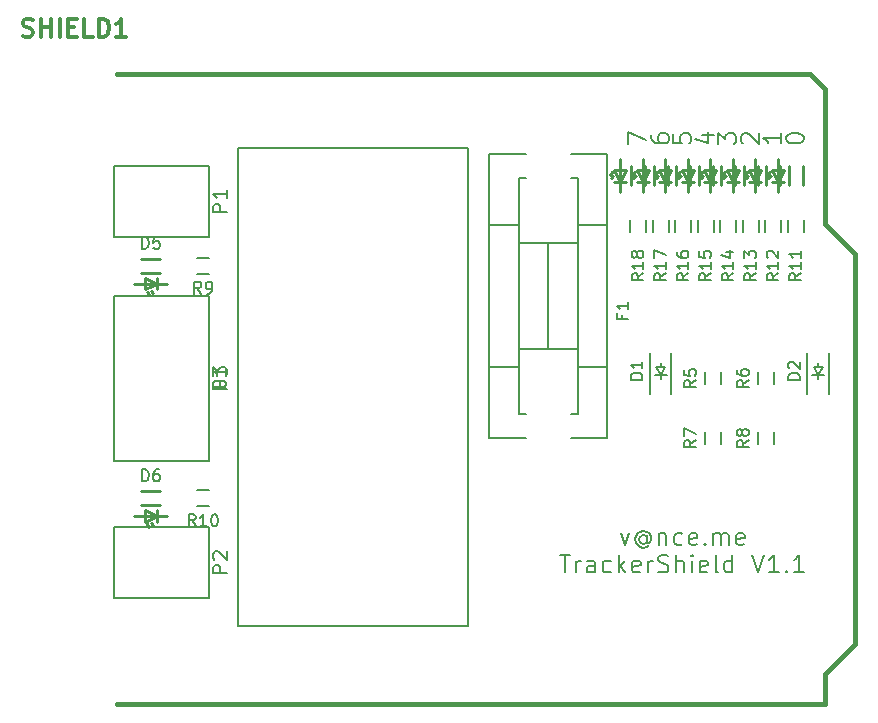
<source format=gto>
G04 #@! TF.FileFunction,Legend,Top*
%FSLAX46Y46*%
G04 Gerber Fmt 4.6, Leading zero omitted, Abs format (unit mm)*
G04 Created by KiCad (PCBNEW 4.0.1-stable) date Friday, 17 June 2016 'pmt' 14:47:11*
%MOMM*%
G01*
G04 APERTURE LIST*
%ADD10C,0.100000*%
%ADD11C,0.200000*%
%ADD12C,0.150000*%
%ADD13C,0.381000*%
%ADD14C,0.250000*%
%ADD15C,0.304800*%
G04 APERTURE END LIST*
D10*
D11*
X197933571Y-57649999D02*
X197933571Y-56649999D01*
X199433571Y-57292856D01*
X199838571Y-56864285D02*
X199838571Y-57149999D01*
X199910000Y-57292856D01*
X199981429Y-57364285D01*
X200195714Y-57507142D01*
X200481429Y-57578571D01*
X201052857Y-57578571D01*
X201195714Y-57507142D01*
X201267143Y-57435714D01*
X201338571Y-57292856D01*
X201338571Y-57007142D01*
X201267143Y-56864285D01*
X201195714Y-56792856D01*
X201052857Y-56721428D01*
X200695714Y-56721428D01*
X200552857Y-56792856D01*
X200481429Y-56864285D01*
X200410000Y-57007142D01*
X200410000Y-57292856D01*
X200481429Y-57435714D01*
X200552857Y-57507142D01*
X200695714Y-57578571D01*
X201743571Y-56792856D02*
X201743571Y-57507142D01*
X202457857Y-57578571D01*
X202386429Y-57507142D01*
X202315000Y-57364285D01*
X202315000Y-57007142D01*
X202386429Y-56864285D01*
X202457857Y-56792856D01*
X202600714Y-56721428D01*
X202957857Y-56721428D01*
X203100714Y-56792856D01*
X203172143Y-56864285D01*
X203243571Y-57007142D01*
X203243571Y-57364285D01*
X203172143Y-57507142D01*
X203100714Y-57578571D01*
X204148571Y-56864285D02*
X205148571Y-56864285D01*
X203577143Y-57221428D02*
X204648571Y-57578571D01*
X204648571Y-56649999D01*
X205553571Y-57649999D02*
X205553571Y-56721428D01*
X206125000Y-57221428D01*
X206125000Y-57007142D01*
X206196429Y-56864285D01*
X206267857Y-56792856D01*
X206410714Y-56721428D01*
X206767857Y-56721428D01*
X206910714Y-56792856D01*
X206982143Y-56864285D01*
X207053571Y-57007142D01*
X207053571Y-57435714D01*
X206982143Y-57578571D01*
X206910714Y-57649999D01*
X207601429Y-57578571D02*
X207530000Y-57507142D01*
X207458571Y-57364285D01*
X207458571Y-57007142D01*
X207530000Y-56864285D01*
X207601429Y-56792856D01*
X207744286Y-56721428D01*
X207887143Y-56721428D01*
X208101429Y-56792856D01*
X208958571Y-57649999D01*
X208958571Y-56721428D01*
X210863571Y-56721428D02*
X210863571Y-57578571D01*
X210863571Y-57149999D02*
X209363571Y-57149999D01*
X209577857Y-57292856D01*
X209720714Y-57435714D01*
X209792143Y-57578571D01*
X211268571Y-57221428D02*
X211268571Y-57078571D01*
X211340000Y-56935714D01*
X211411429Y-56864285D01*
X211554286Y-56792856D01*
X211840000Y-56721428D01*
X212197143Y-56721428D01*
X212482857Y-56792856D01*
X212625714Y-56864285D01*
X212697143Y-56935714D01*
X212768571Y-57078571D01*
X212768571Y-57221428D01*
X212697143Y-57364285D01*
X212625714Y-57435714D01*
X212482857Y-57507142D01*
X212197143Y-57578571D01*
X211840000Y-57578571D01*
X211554286Y-57507142D01*
X211411429Y-57435714D01*
X211340000Y-57364285D01*
X211268571Y-57221428D01*
X197279287Y-90603571D02*
X197636430Y-91603571D01*
X197993572Y-90603571D01*
X199493572Y-90889286D02*
X199422144Y-90817857D01*
X199279287Y-90746429D01*
X199136429Y-90746429D01*
X198993572Y-90817857D01*
X198922144Y-90889286D01*
X198850715Y-91032143D01*
X198850715Y-91175000D01*
X198922144Y-91317857D01*
X198993572Y-91389286D01*
X199136429Y-91460714D01*
X199279287Y-91460714D01*
X199422144Y-91389286D01*
X199493572Y-91317857D01*
X199493572Y-90746429D02*
X199493572Y-91317857D01*
X199565001Y-91389286D01*
X199636429Y-91389286D01*
X199779287Y-91317857D01*
X199850715Y-91175000D01*
X199850715Y-90817857D01*
X199707858Y-90603571D01*
X199493572Y-90460714D01*
X199207858Y-90389286D01*
X198922144Y-90460714D01*
X198707858Y-90603571D01*
X198565001Y-90817857D01*
X198493572Y-91103571D01*
X198565001Y-91389286D01*
X198707858Y-91603571D01*
X198922144Y-91746429D01*
X199207858Y-91817857D01*
X199493572Y-91746429D01*
X199707858Y-91603571D01*
X200493572Y-90603571D02*
X200493572Y-91603571D01*
X200493572Y-90746429D02*
X200565000Y-90675000D01*
X200707858Y-90603571D01*
X200922143Y-90603571D01*
X201065000Y-90675000D01*
X201136429Y-90817857D01*
X201136429Y-91603571D01*
X202493572Y-91532143D02*
X202350715Y-91603571D01*
X202065001Y-91603571D01*
X201922143Y-91532143D01*
X201850715Y-91460714D01*
X201779286Y-91317857D01*
X201779286Y-90889286D01*
X201850715Y-90746429D01*
X201922143Y-90675000D01*
X202065001Y-90603571D01*
X202350715Y-90603571D01*
X202493572Y-90675000D01*
X203707857Y-91532143D02*
X203565000Y-91603571D01*
X203279286Y-91603571D01*
X203136429Y-91532143D01*
X203065000Y-91389286D01*
X203065000Y-90817857D01*
X203136429Y-90675000D01*
X203279286Y-90603571D01*
X203565000Y-90603571D01*
X203707857Y-90675000D01*
X203779286Y-90817857D01*
X203779286Y-90960714D01*
X203065000Y-91103571D01*
X204422143Y-91460714D02*
X204493571Y-91532143D01*
X204422143Y-91603571D01*
X204350714Y-91532143D01*
X204422143Y-91460714D01*
X204422143Y-91603571D01*
X205136429Y-91603571D02*
X205136429Y-90603571D01*
X205136429Y-90746429D02*
X205207857Y-90675000D01*
X205350715Y-90603571D01*
X205565000Y-90603571D01*
X205707857Y-90675000D01*
X205779286Y-90817857D01*
X205779286Y-91603571D01*
X205779286Y-90817857D02*
X205850715Y-90675000D01*
X205993572Y-90603571D01*
X206207857Y-90603571D01*
X206350715Y-90675000D01*
X206422143Y-90817857D01*
X206422143Y-91603571D01*
X207707857Y-91532143D02*
X207565000Y-91603571D01*
X207279286Y-91603571D01*
X207136429Y-91532143D01*
X207065000Y-91389286D01*
X207065000Y-90817857D01*
X207136429Y-90675000D01*
X207279286Y-90603571D01*
X207565000Y-90603571D01*
X207707857Y-90675000D01*
X207779286Y-90817857D01*
X207779286Y-90960714D01*
X207065000Y-91103571D01*
X192172144Y-92403571D02*
X193029287Y-92403571D01*
X192600716Y-93903571D02*
X192600716Y-92403571D01*
X193529287Y-93903571D02*
X193529287Y-92903571D01*
X193529287Y-93189286D02*
X193600715Y-93046429D01*
X193672144Y-92975000D01*
X193815001Y-92903571D01*
X193957858Y-92903571D01*
X195100715Y-93903571D02*
X195100715Y-93117857D01*
X195029286Y-92975000D01*
X194886429Y-92903571D01*
X194600715Y-92903571D01*
X194457858Y-92975000D01*
X195100715Y-93832143D02*
X194957858Y-93903571D01*
X194600715Y-93903571D01*
X194457858Y-93832143D01*
X194386429Y-93689286D01*
X194386429Y-93546429D01*
X194457858Y-93403571D01*
X194600715Y-93332143D01*
X194957858Y-93332143D01*
X195100715Y-93260714D01*
X196457858Y-93832143D02*
X196315001Y-93903571D01*
X196029287Y-93903571D01*
X195886429Y-93832143D01*
X195815001Y-93760714D01*
X195743572Y-93617857D01*
X195743572Y-93189286D01*
X195815001Y-93046429D01*
X195886429Y-92975000D01*
X196029287Y-92903571D01*
X196315001Y-92903571D01*
X196457858Y-92975000D01*
X197100715Y-93903571D02*
X197100715Y-92403571D01*
X197243572Y-93332143D02*
X197672143Y-93903571D01*
X197672143Y-92903571D02*
X197100715Y-93475000D01*
X198886429Y-93832143D02*
X198743572Y-93903571D01*
X198457858Y-93903571D01*
X198315001Y-93832143D01*
X198243572Y-93689286D01*
X198243572Y-93117857D01*
X198315001Y-92975000D01*
X198457858Y-92903571D01*
X198743572Y-92903571D01*
X198886429Y-92975000D01*
X198957858Y-93117857D01*
X198957858Y-93260714D01*
X198243572Y-93403571D01*
X199600715Y-93903571D02*
X199600715Y-92903571D01*
X199600715Y-93189286D02*
X199672143Y-93046429D01*
X199743572Y-92975000D01*
X199886429Y-92903571D01*
X200029286Y-92903571D01*
X200457857Y-93832143D02*
X200672143Y-93903571D01*
X201029286Y-93903571D01*
X201172143Y-93832143D01*
X201243572Y-93760714D01*
X201315000Y-93617857D01*
X201315000Y-93475000D01*
X201243572Y-93332143D01*
X201172143Y-93260714D01*
X201029286Y-93189286D01*
X200743572Y-93117857D01*
X200600714Y-93046429D01*
X200529286Y-92975000D01*
X200457857Y-92832143D01*
X200457857Y-92689286D01*
X200529286Y-92546429D01*
X200600714Y-92475000D01*
X200743572Y-92403571D01*
X201100714Y-92403571D01*
X201315000Y-92475000D01*
X201957857Y-93903571D02*
X201957857Y-92403571D01*
X202600714Y-93903571D02*
X202600714Y-93117857D01*
X202529285Y-92975000D01*
X202386428Y-92903571D01*
X202172143Y-92903571D01*
X202029285Y-92975000D01*
X201957857Y-93046429D01*
X203315000Y-93903571D02*
X203315000Y-92903571D01*
X203315000Y-92403571D02*
X203243571Y-92475000D01*
X203315000Y-92546429D01*
X203386428Y-92475000D01*
X203315000Y-92403571D01*
X203315000Y-92546429D01*
X204600714Y-93832143D02*
X204457857Y-93903571D01*
X204172143Y-93903571D01*
X204029286Y-93832143D01*
X203957857Y-93689286D01*
X203957857Y-93117857D01*
X204029286Y-92975000D01*
X204172143Y-92903571D01*
X204457857Y-92903571D01*
X204600714Y-92975000D01*
X204672143Y-93117857D01*
X204672143Y-93260714D01*
X203957857Y-93403571D01*
X205529286Y-93903571D02*
X205386428Y-93832143D01*
X205315000Y-93689286D01*
X205315000Y-92403571D01*
X206743571Y-93903571D02*
X206743571Y-92403571D01*
X206743571Y-93832143D02*
X206600714Y-93903571D01*
X206315000Y-93903571D01*
X206172142Y-93832143D01*
X206100714Y-93760714D01*
X206029285Y-93617857D01*
X206029285Y-93189286D01*
X206100714Y-93046429D01*
X206172142Y-92975000D01*
X206315000Y-92903571D01*
X206600714Y-92903571D01*
X206743571Y-92975000D01*
X208386428Y-92403571D02*
X208886428Y-93903571D01*
X209386428Y-92403571D01*
X210672142Y-93903571D02*
X209814999Y-93903571D01*
X210243571Y-93903571D02*
X210243571Y-92403571D01*
X210100714Y-92617857D01*
X209957856Y-92760714D01*
X209814999Y-92832143D01*
X211314999Y-93760714D02*
X211386427Y-93832143D01*
X211314999Y-93903571D01*
X211243570Y-93832143D01*
X211314999Y-93760714D01*
X211314999Y-93903571D01*
X212814999Y-93903571D02*
X211957856Y-93903571D01*
X212386428Y-93903571D02*
X212386428Y-92403571D01*
X212243571Y-92617857D01*
X212100713Y-92760714D01*
X211957856Y-92832143D01*
D12*
X200660000Y-76517500D02*
X200660000Y-76136500D01*
X200660000Y-77533500D02*
X200660000Y-77152500D01*
X200660000Y-77152500D02*
X200279000Y-76517500D01*
X200279000Y-76517500D02*
X201041000Y-76517500D01*
X201041000Y-76517500D02*
X200660000Y-77152500D01*
X200152000Y-77152500D02*
X201168000Y-77152500D01*
X201560000Y-78835000D02*
X201560000Y-75295000D01*
X199760000Y-78835000D02*
X199760000Y-75295000D01*
X213995000Y-76517500D02*
X213995000Y-76136500D01*
X213995000Y-77533500D02*
X213995000Y-77152500D01*
X213995000Y-77152500D02*
X213614000Y-76517500D01*
X213614000Y-76517500D02*
X214376000Y-76517500D01*
X214376000Y-76517500D02*
X213995000Y-77152500D01*
X213487000Y-77152500D02*
X214503000Y-77152500D01*
X214895000Y-78835000D02*
X214895000Y-75295000D01*
X213095000Y-78835000D02*
X213095000Y-75295000D01*
X193634360Y-64485520D02*
X196136260Y-64485520D01*
X186133740Y-64485520D02*
X188635640Y-64485520D01*
X186133740Y-76484480D02*
X188635640Y-76484480D01*
X196136260Y-76484480D02*
X193634360Y-76484480D01*
X191135000Y-65984120D02*
X191135000Y-74985880D01*
X193634360Y-65984120D02*
X188635640Y-65984120D01*
X193634360Y-74985880D02*
X188635640Y-74985880D01*
X193034920Y-80484980D02*
X193634360Y-80484980D01*
X189235080Y-60485020D02*
X188635640Y-60485020D01*
X188635640Y-60485020D02*
X188635640Y-80484980D01*
X188635640Y-80484980D02*
X189235080Y-80484980D01*
X193634360Y-80484980D02*
X193634360Y-60485020D01*
X193634360Y-60485020D02*
X193034920Y-60485020D01*
X193034920Y-82483960D02*
X196136260Y-82483960D01*
X189235080Y-58486040D02*
X186133740Y-58486040D01*
X186133740Y-58486040D02*
X186133740Y-82483960D01*
X186133740Y-82483960D02*
X189235080Y-82483960D01*
X196136260Y-82483960D02*
X196136260Y-58486040D01*
X196136260Y-58486040D02*
X193034920Y-58486040D01*
X159405000Y-65500000D02*
X162405000Y-65500000D01*
X159405000Y-59500000D02*
X162405000Y-59500000D01*
X159405000Y-59500000D02*
X154405000Y-59500000D01*
X154405000Y-59500000D02*
X154405000Y-65500000D01*
X154405000Y-65500000D02*
X159405000Y-65500000D01*
X162405000Y-59550000D02*
X162405000Y-65450000D01*
X159405000Y-96075000D02*
X162405000Y-96075000D01*
X159405000Y-90075000D02*
X162405000Y-90075000D01*
X159405000Y-90075000D02*
X154405000Y-90075000D01*
X154405000Y-90075000D02*
X154405000Y-96075000D01*
X154405000Y-96075000D02*
X159405000Y-96075000D01*
X162405000Y-90125000D02*
X162405000Y-96025000D01*
X154405000Y-70470000D02*
X162405000Y-70470000D01*
X154405000Y-84470000D02*
X154405000Y-70470000D01*
X162405000Y-84470000D02*
X154405000Y-84470000D01*
X162405000Y-70470000D02*
X162405000Y-84470000D01*
X205780000Y-76970000D02*
X205780000Y-77970000D01*
X204430000Y-77970000D02*
X204430000Y-76970000D01*
X210225000Y-76970000D02*
X210225000Y-77970000D01*
X208875000Y-77970000D02*
X208875000Y-76970000D01*
X205780000Y-82050000D02*
X205780000Y-83050000D01*
X204430000Y-83050000D02*
X204430000Y-82050000D01*
X210225000Y-82050000D02*
X210225000Y-83050000D01*
X208875000Y-83050000D02*
X208875000Y-82050000D01*
D13*
X214541100Y-64363600D02*
X214541100Y-52933600D01*
X214541100Y-52933600D02*
X213271100Y-51663600D01*
X213271100Y-51663600D02*
X154601100Y-51703600D01*
X214541100Y-105003600D02*
X154601100Y-105003600D01*
X214541100Y-64363600D02*
X217081100Y-66903600D01*
X217081100Y-66903600D02*
X217081100Y-99923600D01*
X217081100Y-99923600D02*
X214541100Y-102463600D01*
X214541100Y-102463600D02*
X214541100Y-105003600D01*
D12*
X164880000Y-57970000D02*
X184380000Y-57970000D01*
X164880000Y-98470000D02*
X164880000Y-57970000D01*
X184380000Y-98470000D02*
X164880000Y-98470000D01*
X184380000Y-57970000D02*
X184380000Y-98470000D01*
D14*
X157180000Y-70145000D02*
X157380000Y-70345000D01*
X157480000Y-70045000D02*
X157680000Y-70245000D01*
X158880000Y-69445000D02*
X156080000Y-69445000D01*
X157980000Y-69445000D02*
X158880000Y-69445000D01*
X157980000Y-69945000D02*
X157980000Y-68945000D01*
X157980000Y-69445000D02*
X156980000Y-69945000D01*
X156980000Y-68945000D02*
X157980000Y-69445000D01*
X156980000Y-69945000D02*
X156980000Y-68945000D01*
X158280000Y-67345000D02*
X156680000Y-67345000D01*
X158280000Y-68545000D02*
X156680000Y-68545000D01*
X157180000Y-89830000D02*
X157380000Y-90030000D01*
X157480000Y-89730000D02*
X157680000Y-89930000D01*
X158880000Y-89130000D02*
X156080000Y-89130000D01*
X157980000Y-89130000D02*
X158880000Y-89130000D01*
X157980000Y-89630000D02*
X157980000Y-88630000D01*
X157980000Y-89130000D02*
X156980000Y-89630000D01*
X156980000Y-88630000D02*
X157980000Y-89130000D01*
X156980000Y-89630000D02*
X156980000Y-88630000D01*
X158280000Y-87030000D02*
X156680000Y-87030000D01*
X158280000Y-88230000D02*
X156680000Y-88230000D01*
D12*
X161425000Y-67270000D02*
X162425000Y-67270000D01*
X162425000Y-68620000D02*
X161425000Y-68620000D01*
X161425000Y-86955000D02*
X162425000Y-86955000D01*
X162425000Y-88305000D02*
X161425000Y-88305000D01*
D14*
X209890000Y-60025000D02*
X209690000Y-60225000D01*
X209990000Y-60325000D02*
X209790000Y-60525000D01*
X210590000Y-61725000D02*
X210590000Y-58925000D01*
X210590000Y-60825000D02*
X210590000Y-61725000D01*
X210090000Y-60825000D02*
X211090000Y-60825000D01*
X210590000Y-60825000D02*
X210090000Y-59825000D01*
X211090000Y-59825000D02*
X210590000Y-60825000D01*
X210090000Y-59825000D02*
X211090000Y-59825000D01*
X212690000Y-61125000D02*
X212690000Y-59525000D01*
X211490000Y-61125000D02*
X211490000Y-59525000D01*
X207985000Y-60025000D02*
X207785000Y-60225000D01*
X208085000Y-60325000D02*
X207885000Y-60525000D01*
X208685000Y-61725000D02*
X208685000Y-58925000D01*
X208685000Y-60825000D02*
X208685000Y-61725000D01*
X208185000Y-60825000D02*
X209185000Y-60825000D01*
X208685000Y-60825000D02*
X208185000Y-59825000D01*
X209185000Y-59825000D02*
X208685000Y-60825000D01*
X208185000Y-59825000D02*
X209185000Y-59825000D01*
X210785000Y-61125000D02*
X210785000Y-59525000D01*
X209585000Y-61125000D02*
X209585000Y-59525000D01*
X206080000Y-60025000D02*
X205880000Y-60225000D01*
X206180000Y-60325000D02*
X205980000Y-60525000D01*
X206780000Y-61725000D02*
X206780000Y-58925000D01*
X206780000Y-60825000D02*
X206780000Y-61725000D01*
X206280000Y-60825000D02*
X207280000Y-60825000D01*
X206780000Y-60825000D02*
X206280000Y-59825000D01*
X207280000Y-59825000D02*
X206780000Y-60825000D01*
X206280000Y-59825000D02*
X207280000Y-59825000D01*
X208880000Y-61125000D02*
X208880000Y-59525000D01*
X207680000Y-61125000D02*
X207680000Y-59525000D01*
X204175000Y-60025000D02*
X203975000Y-60225000D01*
X204275000Y-60325000D02*
X204075000Y-60525000D01*
X204875000Y-61725000D02*
X204875000Y-58925000D01*
X204875000Y-60825000D02*
X204875000Y-61725000D01*
X204375000Y-60825000D02*
X205375000Y-60825000D01*
X204875000Y-60825000D02*
X204375000Y-59825000D01*
X205375000Y-59825000D02*
X204875000Y-60825000D01*
X204375000Y-59825000D02*
X205375000Y-59825000D01*
X206975000Y-61125000D02*
X206975000Y-59525000D01*
X205775000Y-61125000D02*
X205775000Y-59525000D01*
X202270000Y-60025000D02*
X202070000Y-60225000D01*
X202370000Y-60325000D02*
X202170000Y-60525000D01*
X202970000Y-61725000D02*
X202970000Y-58925000D01*
X202970000Y-60825000D02*
X202970000Y-61725000D01*
X202470000Y-60825000D02*
X203470000Y-60825000D01*
X202970000Y-60825000D02*
X202470000Y-59825000D01*
X203470000Y-59825000D02*
X202970000Y-60825000D01*
X202470000Y-59825000D02*
X203470000Y-59825000D01*
X205070000Y-61125000D02*
X205070000Y-59525000D01*
X203870000Y-61125000D02*
X203870000Y-59525000D01*
X200365000Y-60025000D02*
X200165000Y-60225000D01*
X200465000Y-60325000D02*
X200265000Y-60525000D01*
X201065000Y-61725000D02*
X201065000Y-58925000D01*
X201065000Y-60825000D02*
X201065000Y-61725000D01*
X200565000Y-60825000D02*
X201565000Y-60825000D01*
X201065000Y-60825000D02*
X200565000Y-59825000D01*
X201565000Y-59825000D02*
X201065000Y-60825000D01*
X200565000Y-59825000D02*
X201565000Y-59825000D01*
X203165000Y-61125000D02*
X203165000Y-59525000D01*
X201965000Y-61125000D02*
X201965000Y-59525000D01*
X198460000Y-60025000D02*
X198260000Y-60225000D01*
X198560000Y-60325000D02*
X198360000Y-60525000D01*
X199160000Y-61725000D02*
X199160000Y-58925000D01*
X199160000Y-60825000D02*
X199160000Y-61725000D01*
X198660000Y-60825000D02*
X199660000Y-60825000D01*
X199160000Y-60825000D02*
X198660000Y-59825000D01*
X199660000Y-59825000D02*
X199160000Y-60825000D01*
X198660000Y-59825000D02*
X199660000Y-59825000D01*
X201260000Y-61125000D02*
X201260000Y-59525000D01*
X200060000Y-61125000D02*
X200060000Y-59525000D01*
X196555000Y-60025000D02*
X196355000Y-60225000D01*
X196655000Y-60325000D02*
X196455000Y-60525000D01*
X197255000Y-61725000D02*
X197255000Y-58925000D01*
X197255000Y-60825000D02*
X197255000Y-61725000D01*
X196755000Y-60825000D02*
X197755000Y-60825000D01*
X197255000Y-60825000D02*
X196755000Y-59825000D01*
X197755000Y-59825000D02*
X197255000Y-60825000D01*
X196755000Y-59825000D02*
X197755000Y-59825000D01*
X199355000Y-61125000D02*
X199355000Y-59525000D01*
X198155000Y-61125000D02*
X198155000Y-59525000D01*
D12*
X212765000Y-64100000D02*
X212765000Y-65100000D01*
X211415000Y-65100000D02*
X211415000Y-64100000D01*
X210860000Y-64100000D02*
X210860000Y-65100000D01*
X209510000Y-65100000D02*
X209510000Y-64100000D01*
X208955000Y-64100000D02*
X208955000Y-65100000D01*
X207605000Y-65100000D02*
X207605000Y-64100000D01*
X207050000Y-64100000D02*
X207050000Y-65100000D01*
X205700000Y-65100000D02*
X205700000Y-64100000D01*
X205145000Y-64100000D02*
X205145000Y-65100000D01*
X203795000Y-65100000D02*
X203795000Y-64100000D01*
X203240000Y-64100000D02*
X203240000Y-65100000D01*
X201890000Y-65100000D02*
X201890000Y-64100000D01*
X201335000Y-64100000D02*
X201335000Y-65100000D01*
X199985000Y-65100000D02*
X199985000Y-64100000D01*
X199430000Y-64100000D02*
X199430000Y-65100000D01*
X198080000Y-65100000D02*
X198080000Y-64100000D01*
X199112381Y-77573095D02*
X198112381Y-77573095D01*
X198112381Y-77335000D01*
X198160000Y-77192142D01*
X198255238Y-77096904D01*
X198350476Y-77049285D01*
X198540952Y-77001666D01*
X198683810Y-77001666D01*
X198874286Y-77049285D01*
X198969524Y-77096904D01*
X199064762Y-77192142D01*
X199112381Y-77335000D01*
X199112381Y-77573095D01*
X199112381Y-76049285D02*
X199112381Y-76620714D01*
X199112381Y-76335000D02*
X198112381Y-76335000D01*
X198255238Y-76430238D01*
X198350476Y-76525476D01*
X198398095Y-76620714D01*
X212447381Y-77573095D02*
X211447381Y-77573095D01*
X211447381Y-77335000D01*
X211495000Y-77192142D01*
X211590238Y-77096904D01*
X211685476Y-77049285D01*
X211875952Y-77001666D01*
X212018810Y-77001666D01*
X212209286Y-77049285D01*
X212304524Y-77096904D01*
X212399762Y-77192142D01*
X212447381Y-77335000D01*
X212447381Y-77573095D01*
X211542619Y-76620714D02*
X211495000Y-76573095D01*
X211447381Y-76477857D01*
X211447381Y-76239761D01*
X211495000Y-76144523D01*
X211542619Y-76096904D01*
X211637857Y-76049285D01*
X211733095Y-76049285D01*
X211875952Y-76096904D01*
X212447381Y-76668333D01*
X212447381Y-76049285D01*
X197413571Y-72088333D02*
X197413571Y-72421667D01*
X197937381Y-72421667D02*
X196937381Y-72421667D01*
X196937381Y-71945476D01*
X197937381Y-71040714D02*
X197937381Y-71612143D01*
X197937381Y-71326429D02*
X196937381Y-71326429D01*
X197080238Y-71421667D01*
X197175476Y-71516905D01*
X197223095Y-71612143D01*
X163947857Y-63385714D02*
X162747857Y-63385714D01*
X162747857Y-62928571D01*
X162805000Y-62814285D01*
X162862143Y-62757142D01*
X162976429Y-62699999D01*
X163147857Y-62699999D01*
X163262143Y-62757142D01*
X163319286Y-62814285D01*
X163376429Y-62928571D01*
X163376429Y-63385714D01*
X163947857Y-61557142D02*
X163947857Y-62242857D01*
X163947857Y-61899999D02*
X162747857Y-61899999D01*
X162919286Y-62014285D01*
X163033571Y-62128571D01*
X163090714Y-62242857D01*
X163947857Y-93960714D02*
X162747857Y-93960714D01*
X162747857Y-93503571D01*
X162805000Y-93389285D01*
X162862143Y-93332142D01*
X162976429Y-93274999D01*
X163147857Y-93274999D01*
X163262143Y-93332142D01*
X163319286Y-93389285D01*
X163376429Y-93503571D01*
X163376429Y-93960714D01*
X162862143Y-92817857D02*
X162805000Y-92760714D01*
X162747857Y-92646428D01*
X162747857Y-92360714D01*
X162805000Y-92246428D01*
X162862143Y-92189285D01*
X162976429Y-92132142D01*
X163090714Y-92132142D01*
X163262143Y-92189285D01*
X163947857Y-92874999D01*
X163947857Y-92132142D01*
X163947857Y-78355714D02*
X162747857Y-78355714D01*
X162747857Y-77898571D01*
X162805000Y-77784285D01*
X162862143Y-77727142D01*
X162976429Y-77669999D01*
X163147857Y-77669999D01*
X163262143Y-77727142D01*
X163319286Y-77784285D01*
X163376429Y-77898571D01*
X163376429Y-78355714D01*
X162747857Y-77269999D02*
X162747857Y-76527142D01*
X163205000Y-76927142D01*
X163205000Y-76755714D01*
X163262143Y-76641428D01*
X163319286Y-76584285D01*
X163433571Y-76527142D01*
X163719286Y-76527142D01*
X163833571Y-76584285D01*
X163890714Y-76641428D01*
X163947857Y-76755714D01*
X163947857Y-77098571D01*
X163890714Y-77212857D01*
X163833571Y-77269999D01*
X203657381Y-77636666D02*
X203181190Y-77970000D01*
X203657381Y-78208095D02*
X202657381Y-78208095D01*
X202657381Y-77827142D01*
X202705000Y-77731904D01*
X202752619Y-77684285D01*
X202847857Y-77636666D01*
X202990714Y-77636666D01*
X203085952Y-77684285D01*
X203133571Y-77731904D01*
X203181190Y-77827142D01*
X203181190Y-78208095D01*
X202657381Y-76731904D02*
X202657381Y-77208095D01*
X203133571Y-77255714D01*
X203085952Y-77208095D01*
X203038333Y-77112857D01*
X203038333Y-76874761D01*
X203085952Y-76779523D01*
X203133571Y-76731904D01*
X203228810Y-76684285D01*
X203466905Y-76684285D01*
X203562143Y-76731904D01*
X203609762Y-76779523D01*
X203657381Y-76874761D01*
X203657381Y-77112857D01*
X203609762Y-77208095D01*
X203562143Y-77255714D01*
X208102381Y-77636666D02*
X207626190Y-77970000D01*
X208102381Y-78208095D02*
X207102381Y-78208095D01*
X207102381Y-77827142D01*
X207150000Y-77731904D01*
X207197619Y-77684285D01*
X207292857Y-77636666D01*
X207435714Y-77636666D01*
X207530952Y-77684285D01*
X207578571Y-77731904D01*
X207626190Y-77827142D01*
X207626190Y-78208095D01*
X207102381Y-76779523D02*
X207102381Y-76970000D01*
X207150000Y-77065238D01*
X207197619Y-77112857D01*
X207340476Y-77208095D01*
X207530952Y-77255714D01*
X207911905Y-77255714D01*
X208007143Y-77208095D01*
X208054762Y-77160476D01*
X208102381Y-77065238D01*
X208102381Y-76874761D01*
X208054762Y-76779523D01*
X208007143Y-76731904D01*
X207911905Y-76684285D01*
X207673810Y-76684285D01*
X207578571Y-76731904D01*
X207530952Y-76779523D01*
X207483333Y-76874761D01*
X207483333Y-77065238D01*
X207530952Y-77160476D01*
X207578571Y-77208095D01*
X207673810Y-77255714D01*
X203657381Y-82716666D02*
X203181190Y-83050000D01*
X203657381Y-83288095D02*
X202657381Y-83288095D01*
X202657381Y-82907142D01*
X202705000Y-82811904D01*
X202752619Y-82764285D01*
X202847857Y-82716666D01*
X202990714Y-82716666D01*
X203085952Y-82764285D01*
X203133571Y-82811904D01*
X203181190Y-82907142D01*
X203181190Y-83288095D01*
X202657381Y-82383333D02*
X202657381Y-81716666D01*
X203657381Y-82145238D01*
X208102381Y-82716666D02*
X207626190Y-83050000D01*
X208102381Y-83288095D02*
X207102381Y-83288095D01*
X207102381Y-82907142D01*
X207150000Y-82811904D01*
X207197619Y-82764285D01*
X207292857Y-82716666D01*
X207435714Y-82716666D01*
X207530952Y-82764285D01*
X207578571Y-82811904D01*
X207626190Y-82907142D01*
X207626190Y-83288095D01*
X207530952Y-82145238D02*
X207483333Y-82240476D01*
X207435714Y-82288095D01*
X207340476Y-82335714D01*
X207292857Y-82335714D01*
X207197619Y-82288095D01*
X207150000Y-82240476D01*
X207102381Y-82145238D01*
X207102381Y-81954761D01*
X207150000Y-81859523D01*
X207197619Y-81811904D01*
X207292857Y-81764285D01*
X207340476Y-81764285D01*
X207435714Y-81811904D01*
X207483333Y-81859523D01*
X207530952Y-81954761D01*
X207530952Y-82145238D01*
X207578571Y-82240476D01*
X207626190Y-82288095D01*
X207721429Y-82335714D01*
X207911905Y-82335714D01*
X208007143Y-82288095D01*
X208054762Y-82240476D01*
X208102381Y-82145238D01*
X208102381Y-81954761D01*
X208054762Y-81859523D01*
X208007143Y-81811904D01*
X207911905Y-81764285D01*
X207721429Y-81764285D01*
X207626190Y-81811904D01*
X207578571Y-81859523D01*
X207530952Y-81954761D01*
D15*
X146650529Y-48470457D02*
X146868243Y-48543029D01*
X147231100Y-48543029D01*
X147376243Y-48470457D01*
X147448814Y-48397886D01*
X147521386Y-48252743D01*
X147521386Y-48107600D01*
X147448814Y-47962457D01*
X147376243Y-47889886D01*
X147231100Y-47817314D01*
X146940814Y-47744743D01*
X146795672Y-47672171D01*
X146723100Y-47599600D01*
X146650529Y-47454457D01*
X146650529Y-47309314D01*
X146723100Y-47164171D01*
X146795672Y-47091600D01*
X146940814Y-47019029D01*
X147303672Y-47019029D01*
X147521386Y-47091600D01*
X148174529Y-48543029D02*
X148174529Y-47019029D01*
X148174529Y-47744743D02*
X149045386Y-47744743D01*
X149045386Y-48543029D02*
X149045386Y-47019029D01*
X149771100Y-48543029D02*
X149771100Y-47019029D01*
X150496814Y-47744743D02*
X151004814Y-47744743D01*
X151222528Y-48543029D02*
X150496814Y-48543029D01*
X150496814Y-47019029D01*
X151222528Y-47019029D01*
X152601385Y-48543029D02*
X151875671Y-48543029D01*
X151875671Y-47019029D01*
X153109385Y-48543029D02*
X153109385Y-47019029D01*
X153472242Y-47019029D01*
X153689957Y-47091600D01*
X153835099Y-47236743D01*
X153907671Y-47381886D01*
X153980242Y-47672171D01*
X153980242Y-47889886D01*
X153907671Y-48180171D01*
X153835099Y-48325314D01*
X153689957Y-48470457D01*
X153472242Y-48543029D01*
X153109385Y-48543029D01*
X155431671Y-48543029D02*
X154560814Y-48543029D01*
X154996242Y-48543029D02*
X154996242Y-47019029D01*
X154851099Y-47236743D01*
X154705957Y-47381886D01*
X154560814Y-47454457D01*
D12*
X162832381Y-78231905D02*
X163641905Y-78231905D01*
X163737143Y-78184286D01*
X163784762Y-78136667D01*
X163832381Y-78041429D01*
X163832381Y-77850952D01*
X163784762Y-77755714D01*
X163737143Y-77708095D01*
X163641905Y-77660476D01*
X162832381Y-77660476D01*
X163832381Y-76660476D02*
X163832381Y-77231905D01*
X163832381Y-76946191D02*
X162832381Y-76946191D01*
X162975238Y-77041429D01*
X163070476Y-77136667D01*
X163118095Y-77231905D01*
X156741905Y-66497381D02*
X156741905Y-65497381D01*
X156980000Y-65497381D01*
X157122858Y-65545000D01*
X157218096Y-65640238D01*
X157265715Y-65735476D01*
X157313334Y-65925952D01*
X157313334Y-66068810D01*
X157265715Y-66259286D01*
X157218096Y-66354524D01*
X157122858Y-66449762D01*
X156980000Y-66497381D01*
X156741905Y-66497381D01*
X158218096Y-65497381D02*
X157741905Y-65497381D01*
X157694286Y-65973571D01*
X157741905Y-65925952D01*
X157837143Y-65878333D01*
X158075239Y-65878333D01*
X158170477Y-65925952D01*
X158218096Y-65973571D01*
X158265715Y-66068810D01*
X158265715Y-66306905D01*
X158218096Y-66402143D01*
X158170477Y-66449762D01*
X158075239Y-66497381D01*
X157837143Y-66497381D01*
X157741905Y-66449762D01*
X157694286Y-66402143D01*
X156741905Y-86182381D02*
X156741905Y-85182381D01*
X156980000Y-85182381D01*
X157122858Y-85230000D01*
X157218096Y-85325238D01*
X157265715Y-85420476D01*
X157313334Y-85610952D01*
X157313334Y-85753810D01*
X157265715Y-85944286D01*
X157218096Y-86039524D01*
X157122858Y-86134762D01*
X156980000Y-86182381D01*
X156741905Y-86182381D01*
X158170477Y-85182381D02*
X157980000Y-85182381D01*
X157884762Y-85230000D01*
X157837143Y-85277619D01*
X157741905Y-85420476D01*
X157694286Y-85610952D01*
X157694286Y-85991905D01*
X157741905Y-86087143D01*
X157789524Y-86134762D01*
X157884762Y-86182381D01*
X158075239Y-86182381D01*
X158170477Y-86134762D01*
X158218096Y-86087143D01*
X158265715Y-85991905D01*
X158265715Y-85753810D01*
X158218096Y-85658571D01*
X158170477Y-85610952D01*
X158075239Y-85563333D01*
X157884762Y-85563333D01*
X157789524Y-85610952D01*
X157741905Y-85658571D01*
X157694286Y-85753810D01*
X161758334Y-70297381D02*
X161425000Y-69821190D01*
X161186905Y-70297381D02*
X161186905Y-69297381D01*
X161567858Y-69297381D01*
X161663096Y-69345000D01*
X161710715Y-69392619D01*
X161758334Y-69487857D01*
X161758334Y-69630714D01*
X161710715Y-69725952D01*
X161663096Y-69773571D01*
X161567858Y-69821190D01*
X161186905Y-69821190D01*
X162234524Y-70297381D02*
X162425000Y-70297381D01*
X162520239Y-70249762D01*
X162567858Y-70202143D01*
X162663096Y-70059286D01*
X162710715Y-69868810D01*
X162710715Y-69487857D01*
X162663096Y-69392619D01*
X162615477Y-69345000D01*
X162520239Y-69297381D01*
X162329762Y-69297381D01*
X162234524Y-69345000D01*
X162186905Y-69392619D01*
X162139286Y-69487857D01*
X162139286Y-69725952D01*
X162186905Y-69821190D01*
X162234524Y-69868810D01*
X162329762Y-69916429D01*
X162520239Y-69916429D01*
X162615477Y-69868810D01*
X162663096Y-69821190D01*
X162710715Y-69725952D01*
X161282143Y-89982381D02*
X160948809Y-89506190D01*
X160710714Y-89982381D02*
X160710714Y-88982381D01*
X161091667Y-88982381D01*
X161186905Y-89030000D01*
X161234524Y-89077619D01*
X161282143Y-89172857D01*
X161282143Y-89315714D01*
X161234524Y-89410952D01*
X161186905Y-89458571D01*
X161091667Y-89506190D01*
X160710714Y-89506190D01*
X162234524Y-89982381D02*
X161663095Y-89982381D01*
X161948809Y-89982381D02*
X161948809Y-88982381D01*
X161853571Y-89125238D01*
X161758333Y-89220476D01*
X161663095Y-89268095D01*
X162853571Y-88982381D02*
X162948810Y-88982381D01*
X163044048Y-89030000D01*
X163091667Y-89077619D01*
X163139286Y-89172857D01*
X163186905Y-89363333D01*
X163186905Y-89601429D01*
X163139286Y-89791905D01*
X163091667Y-89887143D01*
X163044048Y-89934762D01*
X162948810Y-89982381D01*
X162853571Y-89982381D01*
X162758333Y-89934762D01*
X162710714Y-89887143D01*
X162663095Y-89791905D01*
X162615476Y-89601429D01*
X162615476Y-89363333D01*
X162663095Y-89172857D01*
X162710714Y-89077619D01*
X162758333Y-89030000D01*
X162853571Y-88982381D01*
X212542381Y-68587857D02*
X212066190Y-68921191D01*
X212542381Y-69159286D02*
X211542381Y-69159286D01*
X211542381Y-68778333D01*
X211590000Y-68683095D01*
X211637619Y-68635476D01*
X211732857Y-68587857D01*
X211875714Y-68587857D01*
X211970952Y-68635476D01*
X212018571Y-68683095D01*
X212066190Y-68778333D01*
X212066190Y-69159286D01*
X212542381Y-67635476D02*
X212542381Y-68206905D01*
X212542381Y-67921191D02*
X211542381Y-67921191D01*
X211685238Y-68016429D01*
X211780476Y-68111667D01*
X211828095Y-68206905D01*
X212542381Y-66683095D02*
X212542381Y-67254524D01*
X212542381Y-66968810D02*
X211542381Y-66968810D01*
X211685238Y-67064048D01*
X211780476Y-67159286D01*
X211828095Y-67254524D01*
X210637381Y-68587857D02*
X210161190Y-68921191D01*
X210637381Y-69159286D02*
X209637381Y-69159286D01*
X209637381Y-68778333D01*
X209685000Y-68683095D01*
X209732619Y-68635476D01*
X209827857Y-68587857D01*
X209970714Y-68587857D01*
X210065952Y-68635476D01*
X210113571Y-68683095D01*
X210161190Y-68778333D01*
X210161190Y-69159286D01*
X210637381Y-67635476D02*
X210637381Y-68206905D01*
X210637381Y-67921191D02*
X209637381Y-67921191D01*
X209780238Y-68016429D01*
X209875476Y-68111667D01*
X209923095Y-68206905D01*
X209732619Y-67254524D02*
X209685000Y-67206905D01*
X209637381Y-67111667D01*
X209637381Y-66873571D01*
X209685000Y-66778333D01*
X209732619Y-66730714D01*
X209827857Y-66683095D01*
X209923095Y-66683095D01*
X210065952Y-66730714D01*
X210637381Y-67302143D01*
X210637381Y-66683095D01*
X208732381Y-68587857D02*
X208256190Y-68921191D01*
X208732381Y-69159286D02*
X207732381Y-69159286D01*
X207732381Y-68778333D01*
X207780000Y-68683095D01*
X207827619Y-68635476D01*
X207922857Y-68587857D01*
X208065714Y-68587857D01*
X208160952Y-68635476D01*
X208208571Y-68683095D01*
X208256190Y-68778333D01*
X208256190Y-69159286D01*
X208732381Y-67635476D02*
X208732381Y-68206905D01*
X208732381Y-67921191D02*
X207732381Y-67921191D01*
X207875238Y-68016429D01*
X207970476Y-68111667D01*
X208018095Y-68206905D01*
X207732381Y-67302143D02*
X207732381Y-66683095D01*
X208113333Y-67016429D01*
X208113333Y-66873571D01*
X208160952Y-66778333D01*
X208208571Y-66730714D01*
X208303810Y-66683095D01*
X208541905Y-66683095D01*
X208637143Y-66730714D01*
X208684762Y-66778333D01*
X208732381Y-66873571D01*
X208732381Y-67159286D01*
X208684762Y-67254524D01*
X208637143Y-67302143D01*
X206827381Y-68587857D02*
X206351190Y-68921191D01*
X206827381Y-69159286D02*
X205827381Y-69159286D01*
X205827381Y-68778333D01*
X205875000Y-68683095D01*
X205922619Y-68635476D01*
X206017857Y-68587857D01*
X206160714Y-68587857D01*
X206255952Y-68635476D01*
X206303571Y-68683095D01*
X206351190Y-68778333D01*
X206351190Y-69159286D01*
X206827381Y-67635476D02*
X206827381Y-68206905D01*
X206827381Y-67921191D02*
X205827381Y-67921191D01*
X205970238Y-68016429D01*
X206065476Y-68111667D01*
X206113095Y-68206905D01*
X206160714Y-66778333D02*
X206827381Y-66778333D01*
X205779762Y-67016429D02*
X206494048Y-67254524D01*
X206494048Y-66635476D01*
X204922381Y-68587857D02*
X204446190Y-68921191D01*
X204922381Y-69159286D02*
X203922381Y-69159286D01*
X203922381Y-68778333D01*
X203970000Y-68683095D01*
X204017619Y-68635476D01*
X204112857Y-68587857D01*
X204255714Y-68587857D01*
X204350952Y-68635476D01*
X204398571Y-68683095D01*
X204446190Y-68778333D01*
X204446190Y-69159286D01*
X204922381Y-67635476D02*
X204922381Y-68206905D01*
X204922381Y-67921191D02*
X203922381Y-67921191D01*
X204065238Y-68016429D01*
X204160476Y-68111667D01*
X204208095Y-68206905D01*
X203922381Y-66730714D02*
X203922381Y-67206905D01*
X204398571Y-67254524D01*
X204350952Y-67206905D01*
X204303333Y-67111667D01*
X204303333Y-66873571D01*
X204350952Y-66778333D01*
X204398571Y-66730714D01*
X204493810Y-66683095D01*
X204731905Y-66683095D01*
X204827143Y-66730714D01*
X204874762Y-66778333D01*
X204922381Y-66873571D01*
X204922381Y-67111667D01*
X204874762Y-67206905D01*
X204827143Y-67254524D01*
X203017381Y-68587857D02*
X202541190Y-68921191D01*
X203017381Y-69159286D02*
X202017381Y-69159286D01*
X202017381Y-68778333D01*
X202065000Y-68683095D01*
X202112619Y-68635476D01*
X202207857Y-68587857D01*
X202350714Y-68587857D01*
X202445952Y-68635476D01*
X202493571Y-68683095D01*
X202541190Y-68778333D01*
X202541190Y-69159286D01*
X203017381Y-67635476D02*
X203017381Y-68206905D01*
X203017381Y-67921191D02*
X202017381Y-67921191D01*
X202160238Y-68016429D01*
X202255476Y-68111667D01*
X202303095Y-68206905D01*
X202017381Y-66778333D02*
X202017381Y-66968810D01*
X202065000Y-67064048D01*
X202112619Y-67111667D01*
X202255476Y-67206905D01*
X202445952Y-67254524D01*
X202826905Y-67254524D01*
X202922143Y-67206905D01*
X202969762Y-67159286D01*
X203017381Y-67064048D01*
X203017381Y-66873571D01*
X202969762Y-66778333D01*
X202922143Y-66730714D01*
X202826905Y-66683095D01*
X202588810Y-66683095D01*
X202493571Y-66730714D01*
X202445952Y-66778333D01*
X202398333Y-66873571D01*
X202398333Y-67064048D01*
X202445952Y-67159286D01*
X202493571Y-67206905D01*
X202588810Y-67254524D01*
X201112381Y-68587857D02*
X200636190Y-68921191D01*
X201112381Y-69159286D02*
X200112381Y-69159286D01*
X200112381Y-68778333D01*
X200160000Y-68683095D01*
X200207619Y-68635476D01*
X200302857Y-68587857D01*
X200445714Y-68587857D01*
X200540952Y-68635476D01*
X200588571Y-68683095D01*
X200636190Y-68778333D01*
X200636190Y-69159286D01*
X201112381Y-67635476D02*
X201112381Y-68206905D01*
X201112381Y-67921191D02*
X200112381Y-67921191D01*
X200255238Y-68016429D01*
X200350476Y-68111667D01*
X200398095Y-68206905D01*
X200112381Y-67302143D02*
X200112381Y-66635476D01*
X201112381Y-67064048D01*
X199207381Y-68587857D02*
X198731190Y-68921191D01*
X199207381Y-69159286D02*
X198207381Y-69159286D01*
X198207381Y-68778333D01*
X198255000Y-68683095D01*
X198302619Y-68635476D01*
X198397857Y-68587857D01*
X198540714Y-68587857D01*
X198635952Y-68635476D01*
X198683571Y-68683095D01*
X198731190Y-68778333D01*
X198731190Y-69159286D01*
X199207381Y-67635476D02*
X199207381Y-68206905D01*
X199207381Y-67921191D02*
X198207381Y-67921191D01*
X198350238Y-68016429D01*
X198445476Y-68111667D01*
X198493095Y-68206905D01*
X198635952Y-67064048D02*
X198588333Y-67159286D01*
X198540714Y-67206905D01*
X198445476Y-67254524D01*
X198397857Y-67254524D01*
X198302619Y-67206905D01*
X198255000Y-67159286D01*
X198207381Y-67064048D01*
X198207381Y-66873571D01*
X198255000Y-66778333D01*
X198302619Y-66730714D01*
X198397857Y-66683095D01*
X198445476Y-66683095D01*
X198540714Y-66730714D01*
X198588333Y-66778333D01*
X198635952Y-66873571D01*
X198635952Y-67064048D01*
X198683571Y-67159286D01*
X198731190Y-67206905D01*
X198826429Y-67254524D01*
X199016905Y-67254524D01*
X199112143Y-67206905D01*
X199159762Y-67159286D01*
X199207381Y-67064048D01*
X199207381Y-66873571D01*
X199159762Y-66778333D01*
X199112143Y-66730714D01*
X199016905Y-66683095D01*
X198826429Y-66683095D01*
X198731190Y-66730714D01*
X198683571Y-66778333D01*
X198635952Y-66873571D01*
M02*

</source>
